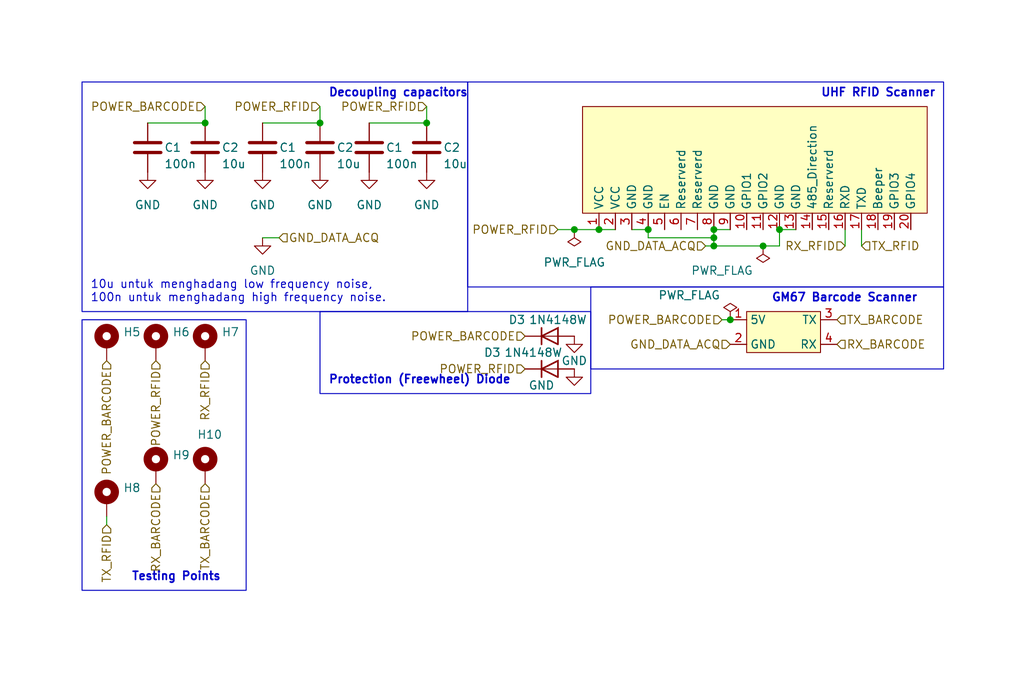
<source format=kicad_sch>
(kicad_sch (version 20230121) (generator eeschema)

  (uuid 14b62bfa-faff-4637-b9a6-646c7e34de3f)

  (paper "User" 158.496 105.004)

  (title_block
    (title "Subsistem Data Acquisition")
    (date "2024-04-29")
    (rev "4.1")
    (company "Institut Teknologi Bandung")
    (comment 1 "Bostang Palaguna")
    (comment 2 "Designed By:")
  )

  (lib_symbols
    (symbol "Device:C" (pin_numbers hide) (pin_names (offset 0.254)) (in_bom yes) (on_board yes)
      (property "Reference" "C" (at 0.635 2.54 0)
        (effects (font (size 1.27 1.27)) (justify left))
      )
      (property "Value" "C" (at 0.635 -2.54 0)
        (effects (font (size 1.27 1.27)) (justify left))
      )
      (property "Footprint" "" (at 0.9652 -3.81 0)
        (effects (font (size 1.27 1.27)) hide)
      )
      (property "Datasheet" "~" (at 0 0 0)
        (effects (font (size 1.27 1.27)) hide)
      )
      (property "ki_keywords" "cap capacitor" (at 0 0 0)
        (effects (font (size 1.27 1.27)) hide)
      )
      (property "ki_description" "Unpolarized capacitor" (at 0 0 0)
        (effects (font (size 1.27 1.27)) hide)
      )
      (property "ki_fp_filters" "C_*" (at 0 0 0)
        (effects (font (size 1.27 1.27)) hide)
      )
      (symbol "C_0_1"
        (polyline
          (pts
            (xy -2.032 -0.762)
            (xy 2.032 -0.762)
          )
          (stroke (width 0.508) (type default))
          (fill (type none))
        )
        (polyline
          (pts
            (xy -2.032 0.762)
            (xy 2.032 0.762)
          )
          (stroke (width 0.508) (type default))
          (fill (type none))
        )
      )
      (symbol "C_1_1"
        (pin passive line (at 0 3.81 270) (length 2.794)
          (name "~" (effects (font (size 1.27 1.27))))
          (number "1" (effects (font (size 1.27 1.27))))
        )
        (pin passive line (at 0 -3.81 90) (length 2.794)
          (name "~" (effects (font (size 1.27 1.27))))
          (number "2" (effects (font (size 1.27 1.27))))
        )
      )
    )
    (symbol "Diode:1N4148W" (pin_numbers hide) (pin_names hide) (in_bom yes) (on_board yes)
      (property "Reference" "D" (at 0 2.54 0)
        (effects (font (size 1.27 1.27)))
      )
      (property "Value" "1N4148W" (at 0 -2.54 0)
        (effects (font (size 1.27 1.27)))
      )
      (property "Footprint" "Diode_SMD:D_SOD-123" (at 0 -4.445 0)
        (effects (font (size 1.27 1.27)) hide)
      )
      (property "Datasheet" "https://www.vishay.com/docs/85748/1n4148w.pdf" (at 0 0 0)
        (effects (font (size 1.27 1.27)) hide)
      )
      (property "Sim.Device" "D" (at 0 0 0)
        (effects (font (size 1.27 1.27)) hide)
      )
      (property "Sim.Pins" "1=K 2=A" (at 0 0 0)
        (effects (font (size 1.27 1.27)) hide)
      )
      (property "ki_keywords" "diode" (at 0 0 0)
        (effects (font (size 1.27 1.27)) hide)
      )
      (property "ki_description" "75V 0.15A Fast Switching Diode, SOD-123" (at 0 0 0)
        (effects (font (size 1.27 1.27)) hide)
      )
      (property "ki_fp_filters" "D*SOD?123*" (at 0 0 0)
        (effects (font (size 1.27 1.27)) hide)
      )
      (symbol "1N4148W_0_1"
        (polyline
          (pts
            (xy -1.27 1.27)
            (xy -1.27 -1.27)
          )
          (stroke (width 0.254) (type default))
          (fill (type none))
        )
        (polyline
          (pts
            (xy 1.27 0)
            (xy -1.27 0)
          )
          (stroke (width 0) (type default))
          (fill (type none))
        )
        (polyline
          (pts
            (xy 1.27 1.27)
            (xy 1.27 -1.27)
            (xy -1.27 0)
            (xy 1.27 1.27)
          )
          (stroke (width 0.254) (type default))
          (fill (type none))
        )
      )
      (symbol "1N4148W_1_1"
        (pin passive line (at -3.81 0 0) (length 2.54)
          (name "K" (effects (font (size 1.27 1.27))))
          (number "1" (effects (font (size 1.27 1.27))))
        )
        (pin passive line (at 3.81 0 180) (length 2.54)
          (name "A" (effects (font (size 1.27 1.27))))
          (number "2" (effects (font (size 1.27 1.27))))
        )
      )
    )
    (symbol "Mechanical:MountingHole_Pad" (pin_numbers hide) (pin_names (offset 1.016) hide) (in_bom yes) (on_board yes)
      (property "Reference" "H" (at 0 6.35 0)
        (effects (font (size 1.27 1.27)))
      )
      (property "Value" "MountingHole_Pad" (at 0 4.445 0)
        (effects (font (size 1.27 1.27)))
      )
      (property "Footprint" "" (at 0 0 0)
        (effects (font (size 1.27 1.27)) hide)
      )
      (property "Datasheet" "~" (at 0 0 0)
        (effects (font (size 1.27 1.27)) hide)
      )
      (property "ki_keywords" "mounting hole" (at 0 0 0)
        (effects (font (size 1.27 1.27)) hide)
      )
      (property "ki_description" "Mounting Hole with connection" (at 0 0 0)
        (effects (font (size 1.27 1.27)) hide)
      )
      (property "ki_fp_filters" "MountingHole*Pad*" (at 0 0 0)
        (effects (font (size 1.27 1.27)) hide)
      )
      (symbol "MountingHole_Pad_0_1"
        (circle (center 0 1.27) (radius 1.27)
          (stroke (width 1.27) (type default))
          (fill (type none))
        )
      )
      (symbol "MountingHole_Pad_1_1"
        (pin input line (at 0 -2.54 90) (length 2.54)
          (name "1" (effects (font (size 1.27 1.27))))
          (number "1" (effects (font (size 1.27 1.27))))
        )
      )
    )
    (symbol "WMS_components:GM67_Barcode_Scanner" (in_bom yes) (on_board yes)
      (property "Reference" "U" (at 0 5.08 0)
        (effects (font (size 1.27 1.27)))
      )
      (property "Value" "" (at -5.08 5.08 0)
        (effects (font (size 1.27 1.27)))
      )
      (property "Footprint" "" (at -5.08 5.08 0)
        (effects (font (size 1.27 1.27)) hide)
      )
      (property "Datasheet" "" (at -5.08 5.08 0)
        (effects (font (size 1.27 1.27)) hide)
      )
      (symbol "GM67_Barcode_Scanner_1_1"
        (rectangle (start -6.35 3.81) (end 5.08 -2.54)
          (stroke (width 0) (type default))
          (fill (type background))
        )
        (pin power_in line (at -8.89 2.54 0) (length 2.54)
          (name "5V" (effects (font (size 1.27 1.27))))
          (number "1" (effects (font (size 1.27 1.27))))
        )
        (pin power_in line (at -8.89 -1.27 0) (length 2.54)
          (name "GND" (effects (font (size 1.27 1.27))))
          (number "2" (effects (font (size 1.27 1.27))))
        )
        (pin output line (at 7.62 2.54 180) (length 2.54)
          (name "TX" (effects (font (size 1.27 1.27))))
          (number "3" (effects (font (size 1.27 1.27))))
        )
        (pin input line (at 7.62 -1.27 180) (length 2.54)
          (name "RX" (effects (font (size 1.27 1.27))))
          (number "4" (effects (font (size 1.27 1.27))))
        )
      )
    )
    (symbol "WMS_components:YR903_RFID_module" (in_bom yes) (on_board yes)
      (property "Reference" "U" (at -6.35 30.48 0)
        (effects (font (size 1.27 1.27)))
      )
      (property "Value" "" (at -6.35 30.48 0)
        (effects (font (size 1.27 1.27)))
      )
      (property "Footprint" "" (at -6.35 30.48 0)
        (effects (font (size 1.27 1.27)) hide)
      )
      (property "Datasheet" "" (at -6.35 30.48 0)
        (effects (font (size 1.27 1.27)) hide)
      )
      (symbol "YR903_RFID_module_0_1"
        (rectangle (start -7.62 29.21) (end 8.89 -24.13)
          (stroke (width 0) (type default))
          (fill (type background))
        )
      )
      (symbol "YR903_RFID_module_1_1"
        (pin power_out line (at -10.16 26.67 0) (length 2.54)
          (name "VCC" (effects (font (size 1.27 1.27))))
          (number "1" (effects (font (size 1.27 1.27))))
        )
        (pin bidirectional line (at -10.16 3.81 0) (length 2.54)
          (name "GPIO1" (effects (font (size 1.27 1.27))))
          (number "10" (effects (font (size 1.27 1.27))))
        )
        (pin bidirectional line (at -10.16 1.27 0) (length 2.54)
          (name "GPIO2" (effects (font (size 1.27 1.27))))
          (number "11" (effects (font (size 1.27 1.27))))
        )
        (pin power_in line (at -10.16 -1.27 0) (length 2.54)
          (name "GND" (effects (font (size 1.27 1.27))))
          (number "12" (effects (font (size 1.27 1.27))))
        )
        (pin power_in line (at -10.16 -3.81 0) (length 2.54)
          (name "GND" (effects (font (size 1.27 1.27))))
          (number "13" (effects (font (size 1.27 1.27))))
        )
        (pin power_in line (at -10.16 -6.35 0) (length 2.54)
          (name "485_Direction" (effects (font (size 1.27 1.27))))
          (number "14" (effects (font (size 1.27 1.27))))
        )
        (pin bidirectional line (at -10.16 -8.89 0) (length 2.54)
          (name "Reserverd" (effects (font (size 1.27 1.27))))
          (number "15" (effects (font (size 1.27 1.27))))
        )
        (pin bidirectional line (at -10.16 -11.43 0) (length 2.54)
          (name "RXD" (effects (font (size 1.27 1.27))))
          (number "16" (effects (font (size 1.27 1.27))))
        )
        (pin bidirectional line (at -10.16 -13.97 0) (length 2.54)
          (name "TXD" (effects (font (size 1.27 1.27))))
          (number "17" (effects (font (size 1.27 1.27))))
        )
        (pin bidirectional line (at -10.16 -16.51 0) (length 2.54)
          (name "Beeper" (effects (font (size 1.27 1.27))))
          (number "18" (effects (font (size 1.27 1.27))))
        )
        (pin bidirectional line (at -10.16 -19.05 0) (length 2.54)
          (name "GPIO3" (effects (font (size 1.27 1.27))))
          (number "19" (effects (font (size 1.27 1.27))))
        )
        (pin power_out line (at -10.16 24.13 0) (length 2.54)
          (name "VCC" (effects (font (size 1.27 1.27))))
          (number "2" (effects (font (size 1.27 1.27))))
        )
        (pin bidirectional line (at -10.16 -21.59 0) (length 2.54)
          (name "GPIO4" (effects (font (size 1.27 1.27))))
          (number "20" (effects (font (size 1.27 1.27))))
        )
        (pin power_in line (at -10.16 21.59 0) (length 2.54)
          (name "GND" (effects (font (size 1.27 1.27))))
          (number "3" (effects (font (size 1.27 1.27))))
        )
        (pin power_in line (at -10.16 19.05 0) (length 2.54)
          (name "GND" (effects (font (size 1.27 1.27))))
          (number "4" (effects (font (size 1.27 1.27))))
        )
        (pin bidirectional line (at -10.16 16.51 0) (length 2.54)
          (name "EN" (effects (font (size 1.27 1.27))))
          (number "5" (effects (font (size 1.27 1.27))))
        )
        (pin bidirectional line (at -10.16 13.97 0) (length 2.54)
          (name "Reserverd" (effects (font (size 1.27 1.27))))
          (number "6" (effects (font (size 1.27 1.27))))
        )
        (pin bidirectional line (at -10.16 11.43 0) (length 2.54)
          (name "Reserverd" (effects (font (size 1.27 1.27))))
          (number "7" (effects (font (size 1.27 1.27))))
        )
        (pin power_in line (at -10.16 8.89 0) (length 2.54)
          (name "GND" (effects (font (size 1.27 1.27))))
          (number "8" (effects (font (size 1.27 1.27))))
        )
        (pin power_in line (at -10.16 6.35 0) (length 2.54)
          (name "GND" (effects (font (size 1.27 1.27))))
          (number "9" (effects (font (size 1.27 1.27))))
        )
      )
    )
    (symbol "power:GND" (power) (pin_names (offset 0)) (in_bom yes) (on_board yes)
      (property "Reference" "#PWR" (at 0 -6.35 0)
        (effects (font (size 1.27 1.27)) hide)
      )
      (property "Value" "GND" (at 0 -3.81 0)
        (effects (font (size 1.27 1.27)))
      )
      (property "Footprint" "" (at 0 0 0)
        (effects (font (size 1.27 1.27)) hide)
      )
      (property "Datasheet" "" (at 0 0 0)
        (effects (font (size 1.27 1.27)) hide)
      )
      (property "ki_keywords" "global power" (at 0 0 0)
        (effects (font (size 1.27 1.27)) hide)
      )
      (property "ki_description" "Power symbol creates a global label with name \"GND\" , ground" (at 0 0 0)
        (effects (font (size 1.27 1.27)) hide)
      )
      (symbol "GND_0_1"
        (polyline
          (pts
            (xy 0 0)
            (xy 0 -1.27)
            (xy 1.27 -1.27)
            (xy 0 -2.54)
            (xy -1.27 -1.27)
            (xy 0 -1.27)
          )
          (stroke (width 0) (type default))
          (fill (type none))
        )
      )
      (symbol "GND_1_1"
        (pin power_in line (at 0 0 270) (length 0) hide
          (name "GND" (effects (font (size 1.27 1.27))))
          (number "1" (effects (font (size 1.27 1.27))))
        )
      )
    )
    (symbol "power:PWR_FLAG" (power) (pin_numbers hide) (pin_names (offset 0) hide) (in_bom yes) (on_board yes)
      (property "Reference" "#FLG" (at 0 1.905 0)
        (effects (font (size 1.27 1.27)) hide)
      )
      (property "Value" "PWR_FLAG" (at 0 3.81 0)
        (effects (font (size 1.27 1.27)))
      )
      (property "Footprint" "" (at 0 0 0)
        (effects (font (size 1.27 1.27)) hide)
      )
      (property "Datasheet" "~" (at 0 0 0)
        (effects (font (size 1.27 1.27)) hide)
      )
      (property "ki_keywords" "flag power" (at 0 0 0)
        (effects (font (size 1.27 1.27)) hide)
      )
      (property "ki_description" "Special symbol for telling ERC where power comes from" (at 0 0 0)
        (effects (font (size 1.27 1.27)) hide)
      )
      (symbol "PWR_FLAG_0_0"
        (pin power_out line (at 0 0 90) (length 0)
          (name "pwr" (effects (font (size 1.27 1.27))))
          (number "1" (effects (font (size 1.27 1.27))))
        )
      )
      (symbol "PWR_FLAG_0_1"
        (polyline
          (pts
            (xy 0 0)
            (xy 0 1.27)
            (xy -1.016 1.905)
            (xy 0 2.54)
            (xy 1.016 1.905)
            (xy 0 1.27)
          )
          (stroke (width 0) (type default))
          (fill (type none))
        )
      )
    )
  )


  (junction (at 100.33 35.56) (diameter 0) (color 0 0 0 0)
    (uuid 01d05569-8c9b-485a-9694-3be7272f0e98)
  )
  (junction (at 113.03 49.53) (diameter 0) (color 0 0 0 0)
    (uuid 03d435a6-a07c-4c35-87e1-342370492505)
  )
  (junction (at 120.65 35.56) (diameter 0) (color 0 0 0 0)
    (uuid 08b81f2d-7952-4a93-88d5-cef46a0a961a)
  )
  (junction (at 110.49 38.1) (diameter 0) (color 0 0 0 0)
    (uuid 23f2d984-29ad-4a5d-9a7a-d5200ff16895)
  )
  (junction (at 49.53 19.05) (diameter 0) (color 0 0 0 0)
    (uuid 47be550c-7f8b-4d58-bdbe-619290129769)
  )
  (junction (at 31.75 19.05) (diameter 0) (color 0 0 0 0)
    (uuid 6e8bdd9a-a48d-4876-a921-58cd7bc615e4)
  )
  (junction (at 88.9 35.56) (diameter 0) (color 0 0 0 0)
    (uuid 99e86bbd-ed3c-4b11-8d2c-97adfc8a5866)
  )
  (junction (at 92.71 35.56) (diameter 0) (color 0 0 0 0)
    (uuid a35353cc-4caa-4c13-92f7-0db68398c92f)
  )
  (junction (at 118.11 38.1) (diameter 0) (color 0 0 0 0)
    (uuid aeb2d34f-24ab-42fa-8c94-e41488f2574c)
  )
  (junction (at 110.49 35.56) (diameter 0) (color 0 0 0 0)
    (uuid d176ed17-cfee-40e5-9df3-56d320d7fe34)
  )
  (junction (at 66.04 19.05) (diameter 0) (color 0 0 0 0)
    (uuid dec718f6-ab0a-4aec-b166-0dc76e55aa68)
  )
  (junction (at 110.49 36.83) (diameter 0) (color 0 0 0 0)
    (uuid f67b33e7-565f-4669-b201-df654d848cae)
  )

  (wire (pts (xy 120.65 35.56) (xy 120.65 38.1))
    (stroke (width 0) (type default))
    (uuid 045a6d81-8743-4446-9a73-5fa23add9791)
  )
  (wire (pts (xy 40.64 19.05) (xy 49.53 19.05))
    (stroke (width 0) (type default))
    (uuid 20ce3a52-871f-43ec-b176-07cf7190abe0)
  )
  (wire (pts (xy 66.04 16.51) (xy 66.04 19.05))
    (stroke (width 0) (type default))
    (uuid 243d92b4-d6c2-436c-90e2-b8517050c5c0)
  )
  (wire (pts (xy 92.71 35.56) (xy 88.9 35.56))
    (stroke (width 0) (type default))
    (uuid 27c803a1-92d0-4ec3-941b-802ea37d0cfb)
  )
  (wire (pts (xy 130.81 38.1) (xy 130.81 35.56))
    (stroke (width 0) (type default))
    (uuid 44232199-c9f3-4625-bdfb-31fd99fd43d3)
  )
  (wire (pts (xy 100.33 36.83) (xy 110.49 36.83))
    (stroke (width 0) (type default))
    (uuid 4b4d03ec-c823-44bd-be39-d988129be7b5)
  )
  (wire (pts (xy 22.86 19.05) (xy 31.75 19.05))
    (stroke (width 0) (type default))
    (uuid 4d20bce2-0d28-4baa-bd1d-8f0758ac5f24)
  )
  (wire (pts (xy 97.79 35.56) (xy 100.33 35.56))
    (stroke (width 0) (type default))
    (uuid 6530a1e9-312d-46b9-96db-63cbace8d347)
  )
  (wire (pts (xy 49.53 16.51) (xy 49.53 19.05))
    (stroke (width 0) (type default))
    (uuid 677f074f-ed68-4795-a874-2b522f5a7079)
  )
  (wire (pts (xy 110.49 35.56) (xy 110.49 36.83))
    (stroke (width 0) (type default))
    (uuid 6ab63696-a13f-4b3b-8bea-26e33bde9bee)
  )
  (wire (pts (xy 40.64 36.83) (xy 43.18 36.83))
    (stroke (width 0) (type default))
    (uuid 7473ea65-49b6-49d0-bffa-904c8b5edb0a)
  )
  (wire (pts (xy 111.76 49.53) (xy 113.03 49.53))
    (stroke (width 0) (type default))
    (uuid 86d4bcc4-9870-4bbc-a467-25fb1645adae)
  )
  (wire (pts (xy 133.35 38.1) (xy 133.35 35.56))
    (stroke (width 0) (type default))
    (uuid 934e95d7-5aab-4593-9f65-4c3a2f08ceff)
  )
  (wire (pts (xy 118.11 38.1) (xy 120.65 38.1))
    (stroke (width 0) (type default))
    (uuid 96e356d6-995c-41d2-bdc8-af093e6d7fff)
  )
  (wire (pts (xy 57.15 19.05) (xy 66.04 19.05))
    (stroke (width 0) (type default))
    (uuid 9cd77c88-8683-468b-a280-bddc8357f975)
  )
  (wire (pts (xy 88.9 35.56) (xy 86.36 35.56))
    (stroke (width 0) (type default))
    (uuid a121bdc1-e699-45b1-9e59-aa13a23b7a06)
  )
  (wire (pts (xy 109.22 38.1) (xy 110.49 38.1))
    (stroke (width 0) (type default))
    (uuid b4059186-20e9-4ff9-a165-11c9c0a93f2e)
  )
  (wire (pts (xy 123.19 35.56) (xy 120.65 35.56))
    (stroke (width 0) (type default))
    (uuid c3101f4d-e7ca-449a-99e7-5e80b0b13f1e)
  )
  (wire (pts (xy 100.33 35.56) (xy 100.33 36.83))
    (stroke (width 0) (type default))
    (uuid c452cd57-007a-4685-9957-52007896e0dd)
  )
  (wire (pts (xy 16.51 81.28) (xy 16.51 80.01))
    (stroke (width 0) (type default))
    (uuid c5e5dcbe-3c42-40e5-8a76-9184bf790b0d)
  )
  (wire (pts (xy 110.49 36.83) (xy 110.49 38.1))
    (stroke (width 0) (type default))
    (uuid d1ff799e-1446-482d-bc30-85ab1c5c47fd)
  )
  (wire (pts (xy 110.49 35.56) (xy 113.03 35.56))
    (stroke (width 0) (type default))
    (uuid df36b299-2853-4449-b82a-f5f4af204356)
  )
  (wire (pts (xy 110.49 38.1) (xy 118.11 38.1))
    (stroke (width 0) (type default))
    (uuid e297de8c-88cb-46ca-bd07-b97743275c9f)
  )
  (wire (pts (xy 95.25 35.56) (xy 92.71 35.56))
    (stroke (width 0) (type default))
    (uuid ed00af56-0bc6-4f82-ac71-a66c00503d22)
  )
  (wire (pts (xy 31.75 16.51) (xy 31.75 19.05))
    (stroke (width 0) (type default))
    (uuid f82dc9fd-d8bf-4c17-9289-534d0bb547c6)
  )

  (rectangle (start 12.7 49.53) (end 38.1 91.44)
    (stroke (width 0) (type default))
    (fill (type none))
    (uuid 24246492-ab37-490a-abcb-7e00c7eb7ce4)
  )
  (rectangle (start 72.39 12.7) (end 146.05 44.45)
    (stroke (width 0) (type default))
    (fill (type none))
    (uuid 622a82a9-dc47-49c7-89a6-2665ed19a55d)
  )
  (rectangle (start 12.7 12.7) (end 72.39 48.26)
    (stroke (width 0) (type default))
    (fill (type none))
    (uuid 7d975089-122f-4a7e-959f-32cfa63d4bdd)
  )
  (rectangle (start 91.44 44.45) (end 146.05 57.15)
    (stroke (width 0) (type default))
    (fill (type none))
    (uuid 85880568-8a80-4e37-9d8c-c9447101fc2b)
  )
  (rectangle (start 49.53 48.26) (end 91.44 60.96)
    (stroke (width 0) (type default))
    (fill (type none))
    (uuid ff4913e8-1f9f-4868-b9c4-5d26a30dd145)
  )

  (text "UHF RFID Scanner" (at 127 15.24 0)
    (effects (font (size 1.27 1.27) (thickness 0.254) bold) (justify left bottom))
    (uuid 5d167b3a-c168-4b57-9663-b19826f788ec)
  )
  (text "GM67 Barcode Scanner" (at 119.38 46.99 0)
    (effects (font (size 1.27 1.27) (thickness 0.254) bold) (justify left bottom))
    (uuid 77a4c3fe-701a-43a9-a952-acd2e1a8afaa)
  )
  (text "10u untuk menghadang low frequency noise,\n100n untuk menghadang high frequency noise."
    (at 13.97 46.99 0)
    (effects (font (size 1.27 1.27)) (justify left bottom))
    (uuid 9e71e1e4-8c2c-4975-bff9-03c56793b3ab)
  )
  (text "Testing Points" (at 20.32 90.17 0)
    (effects (font (size 1.27 1.27) (thickness 0.254) bold) (justify left bottom))
    (uuid c1e50615-70b6-413d-a3a2-667b5647201d)
  )
  (text "Decoupling capacitors" (at 50.8 15.24 0)
    (effects (font (size 1.27 1.27) (thickness 0.254) bold) (justify left bottom))
    (uuid ccb75bfd-dc5b-4f83-8789-798e4ab86175)
  )
  (text "Protection (Freewheel) Diode" (at 50.8 59.69 0)
    (effects (font (size 1.27 1.27) (thickness 0.254) bold) (justify left bottom))
    (uuid e2496308-8697-4bc7-9240-8f1be065624c)
  )

  (hierarchical_label "TX_BARCODE" (shape input) (at 129.54 49.53 0) (fields_autoplaced)
    (effects (font (size 1.27 1.27)) (justify left))
    (uuid 054391e6-7eb0-4b2d-895f-8c5724999be9)
  )
  (hierarchical_label "RX_BARCODE" (shape input) (at 129.54 53.34 0) (fields_autoplaced)
    (effects (font (size 1.27 1.27)) (justify left))
    (uuid 0ae55d05-0669-47d5-ab17-0ef5ac1a8bca)
  )
  (hierarchical_label "RX_BARCODE" (shape input) (at 24.13 74.93 270) (fields_autoplaced)
    (effects (font (size 1.27 1.27)) (justify right))
    (uuid 0dfff2ec-835c-404f-9799-02f09f09d396)
  )
  (hierarchical_label "POWER_BARCODE" (shape input) (at 31.75 16.51 180) (fields_autoplaced)
    (effects (font (size 1.27 1.27)) (justify right))
    (uuid 10ccec83-181c-4323-b655-69b4c2aeac58)
  )
  (hierarchical_label "POWER_BARCODE" (shape input) (at 16.51 55.88 270) (fields_autoplaced)
    (effects (font (size 1.27 1.27)) (justify right))
    (uuid 1dbb9d3b-5009-4170-8638-9f6c4ba22c58)
  )
  (hierarchical_label "POWER_RFID" (shape input) (at 66.04 16.51 180) (fields_autoplaced)
    (effects (font (size 1.27 1.27)) (justify right))
    (uuid 3acea144-acd3-4d82-91fe-bdacf3cf48a1)
  )
  (hierarchical_label "TX_BARCODE" (shape input) (at 31.75 74.93 270) (fields_autoplaced)
    (effects (font (size 1.27 1.27)) (justify right))
    (uuid 44fe8cf7-1143-4659-9cfc-e0eef1cff453)
  )
  (hierarchical_label "TX_RFID" (shape input) (at 16.51 81.28 270) (fields_autoplaced)
    (effects (font (size 1.27 1.27)) (justify right))
    (uuid 5956a7c1-6156-4901-a4d8-b614ac06154b)
  )
  (hierarchical_label "GND_DATA_ACQ" (shape input) (at 113.03 53.34 180) (fields_autoplaced)
    (effects (font (size 1.27 1.27)) (justify right))
    (uuid 5b432571-f9e3-4373-a6d4-563de7d92e9e)
  )
  (hierarchical_label "POWER_RFID" (shape input) (at 86.36 35.56 180) (fields_autoplaced)
    (effects (font (size 1.27 1.27)) (justify right))
    (uuid 6e430b93-30a0-4d48-886f-faa1c438a2a1)
  )
  (hierarchical_label "GND_DATA_ACQ" (shape input) (at 109.22 38.1 180) (fields_autoplaced)
    (effects (font (size 1.27 1.27)) (justify right))
    (uuid 74f8e243-5609-413e-ba70-4a287a899bb7)
  )
  (hierarchical_label "POWER_RFID" (shape input) (at 24.13 55.88 270) (fields_autoplaced)
    (effects (font (size 1.27 1.27)) (justify right))
    (uuid 797213c6-f605-4269-91b0-e59bf3ef7469)
  )
  (hierarchical_label "POWER_RFID" (shape input) (at 49.53 16.51 180) (fields_autoplaced)
    (effects (font (size 1.27 1.27)) (justify right))
    (uuid 7cd6f5ca-d83a-4a31-947a-835cb7c8b081)
  )
  (hierarchical_label "POWER_RFID" (shape input) (at 81.28 57.15 180) (fields_autoplaced)
    (effects (font (size 1.27 1.27)) (justify right))
    (uuid a8a50cca-e6c9-4220-9010-019a79fbf442)
  )
  (hierarchical_label "RX_RFID" (shape input) (at 130.81 38.1 180) (fields_autoplaced)
    (effects (font (size 1.27 1.27)) (justify right))
    (uuid aaceefa3-4fad-4e07-a873-619a358db24a)
  )
  (hierarchical_label "TX_RFID" (shape input) (at 133.35 38.1 0) (fields_autoplaced)
    (effects (font (size 1.27 1.27)) (justify left))
    (uuid c2d10ec1-8f2b-4676-a75f-6238f67d816e)
  )
  (hierarchical_label "POWER_BARCODE" (shape input) (at 111.76 49.53 180) (fields_autoplaced)
    (effects (font (size 1.27 1.27)) (justify right))
    (uuid c94653ff-d635-4930-8b33-5fcf6852ba3c)
  )
  (hierarchical_label "RX_RFID" (shape input) (at 31.75 55.88 270) (fields_autoplaced)
    (effects (font (size 1.27 1.27)) (justify right))
    (uuid e81ae84b-361c-4584-ad3d-c554695105e8)
  )
  (hierarchical_label "POWER_BARCODE" (shape input) (at 81.28 52.07 180) (fields_autoplaced)
    (effects (font (size 1.27 1.27)) (justify right))
    (uuid eb28b116-baea-4b9d-84d9-a826466d2bc5)
  )
  (hierarchical_label "GND_DATA_ACQ" (shape input) (at 43.18 36.83 0) (fields_autoplaced)
    (effects (font (size 1.27 1.27)) (justify left))
    (uuid fa46c25d-ab47-41c9-9cab-620606626573)
  )

  (symbol (lib_id "WMS_components:GM67_Barcode_Scanner") (at 121.92 52.07 0) (unit 1)
    (in_bom yes) (on_board yes) (dnp no) (fields_autoplaced)
    (uuid 02429a8d-31f1-47b7-9d24-8faa252a02dc)
    (property "Reference" "U4" (at 121.285 45.72 0)
      (effects (font (size 1.27 1.27)) hide)
    )
    (property "Value" "~" (at 116.84 46.99 0)
      (effects (font (size 1.27 1.27)) hide)
    )
    (property "Footprint" "Connector_JST:JST_SH_SM04B-SRSS-TB_1x04-1MP_P1.00mm_Horizontal" (at 116.84 46.99 0)
      (effects (font (size 1.27 1.27)) hide)
    )
    (property "Datasheet" "" (at 116.84 46.99 0)
      (effects (font (size 1.27 1.27)) hide)
    )
    (pin "1" (uuid cc26cbd8-42cb-4bdf-a7c6-855c74073a50))
    (pin "2" (uuid 6ea4895e-521d-427b-9866-ac016f4a5e25))
    (pin "3" (uuid 27c8d2bf-6d9d-4519-a380-7f199feb5020))
    (pin "4" (uuid 7dc2320e-f4fb-4dc3-a5cc-35bab4883ab8))
    (instances
      (project "WMS"
        (path "/27842b89-d3ad-4f43-9134-f95cd8633a64/a06fb296-14b8-469f-bd65-cdd80dce8d46"
          (reference "U4") (unit 1)
        )
      )
    )
  )

  (symbol (lib_id "Device:C") (at 49.53 22.86 0) (unit 1)
    (in_bom yes) (on_board yes) (dnp no)
    (uuid 0e5557fd-47e9-441d-b80c-22f643106526)
    (property "Reference" "C2" (at 52.07 22.86 0)
      (effects (font (size 1.27 1.27)) (justify left))
    )
    (property "Value" "10u" (at 52.07 25.4 0)
      (effects (font (size 1.27 1.27)) (justify left))
    )
    (property "Footprint" "Capacitor_SMD:C_0805_2012Metric" (at 50.4952 26.67 0)
      (effects (font (size 1.27 1.27)) hide)
    )
    (property "Datasheet" "~" (at 49.53 22.86 0)
      (effects (font (size 1.27 1.27)) hide)
    )
    (pin "1" (uuid 0fe8859b-b5f8-4d0f-a9fc-2ee8bf1b52bb))
    (pin "2" (uuid 88737b56-77c9-4c64-8ee2-36fe08bc3df0))
    (instances
      (project "WMS"
        (path "/27842b89-d3ad-4f43-9134-f95cd8633a64/92702a01-18bc-488e-88bf-e9988be28598"
          (reference "C2") (unit 1)
        )
        (path "/27842b89-d3ad-4f43-9134-f95cd8633a64/a06fb296-14b8-469f-bd65-cdd80dce8d46"
          (reference "C4") (unit 1)
        )
      )
    )
  )

  (symbol (lib_id "Mechanical:MountingHole_Pad") (at 16.51 53.34 0) (unit 1)
    (in_bom yes) (on_board yes) (dnp no) (fields_autoplaced)
    (uuid 124ce8c3-8761-40b9-bcaa-52bdc82ebf18)
    (property "Reference" "H5" (at 19.05 51.435 0)
      (effects (font (size 1.27 1.27)) (justify left))
    )
    (property "Value" "MountingHole_Pad" (at 19.05 53.975 0)
      (effects (font (size 1.27 1.27)) (justify left) hide)
    )
    (property "Footprint" "TestPoint:TestPoint_Pad_D2.0mm" (at 16.51 53.34 0)
      (effects (font (size 1.27 1.27)) hide)
    )
    (property "Datasheet" "~" (at 16.51 53.34 0)
      (effects (font (size 1.27 1.27)) hide)
    )
    (pin "1" (uuid b2b4a03d-8655-4a56-9eb1-a0ffb5076256))
    (instances
      (project "WMS"
        (path "/27842b89-d3ad-4f43-9134-f95cd8633a64/a06fb296-14b8-469f-bd65-cdd80dce8d46"
          (reference "H5") (unit 1)
        )
      )
    )
  )

  (symbol (lib_id "Mechanical:MountingHole_Pad") (at 31.75 72.39 0) (unit 1)
    (in_bom yes) (on_board yes) (dnp no)
    (uuid 1cc4844e-b611-435b-a648-93842b198d65)
    (property "Reference" "H10" (at 30.48 67.31 0)
      (effects (font (size 1.27 1.27)) (justify left))
    )
    (property "Value" "MountingHole_Pad" (at 34.29 73.025 0)
      (effects (font (size 1.27 1.27)) (justify left) hide)
    )
    (property "Footprint" "TestPoint:TestPoint_Pad_D2.0mm" (at 31.75 72.39 0)
      (effects (font (size 1.27 1.27)) hide)
    )
    (property "Datasheet" "~" (at 31.75 72.39 0)
      (effects (font (size 1.27 1.27)) hide)
    )
    (pin "1" (uuid df9652c4-8b1b-4dfe-a9bc-e18d77f85855))
    (instances
      (project "WMS"
        (path "/27842b89-d3ad-4f43-9134-f95cd8633a64/a06fb296-14b8-469f-bd65-cdd80dce8d46"
          (reference "H10") (unit 1)
        )
      )
    )
  )

  (symbol (lib_id "Device:C") (at 66.04 22.86 0) (unit 1)
    (in_bom yes) (on_board yes) (dnp no)
    (uuid 321239fc-4204-41b4-b8c7-4292d4bfe541)
    (property "Reference" "C2" (at 68.58 22.86 0)
      (effects (font (size 1.27 1.27)) (justify left))
    )
    (property "Value" "10u" (at 68.58 25.4 0)
      (effects (font (size 1.27 1.27)) (justify left))
    )
    (property "Footprint" "Capacitor_SMD:C_0805_2012Metric" (at 67.0052 26.67 0)
      (effects (font (size 1.27 1.27)) hide)
    )
    (property "Datasheet" "~" (at 66.04 22.86 0)
      (effects (font (size 1.27 1.27)) hide)
    )
    (pin "1" (uuid b33ca665-2a27-478d-8377-413ff9b2921b))
    (pin "2" (uuid ec1b1de1-23e4-48fe-abd2-9645bc675dfb))
    (instances
      (project "WMS"
        (path "/27842b89-d3ad-4f43-9134-f95cd8633a64/92702a01-18bc-488e-88bf-e9988be28598"
          (reference "C2") (unit 1)
        )
        (path "/27842b89-d3ad-4f43-9134-f95cd8633a64/a06fb296-14b8-469f-bd65-cdd80dce8d46"
          (reference "C12") (unit 1)
        )
      )
    )
  )

  (symbol (lib_id "power:GND") (at 88.9 52.07 0) (unit 1)
    (in_bom yes) (on_board yes) (dnp no)
    (uuid 495a3ff3-6832-4c7f-8b22-c472b9b599e3)
    (property "Reference" "#PWR044" (at 88.9 58.42 0)
      (effects (font (size 1.27 1.27)) hide)
    )
    (property "Value" "GND" (at 88.9 55.88 0)
      (effects (font (size 1.27 1.27)))
    )
    (property "Footprint" "" (at 88.9 52.07 0)
      (effects (font (size 1.27 1.27)) hide)
    )
    (property "Datasheet" "" (at 88.9 52.07 0)
      (effects (font (size 1.27 1.27)) hide)
    )
    (pin "1" (uuid 287b3381-7bf7-4a73-a99e-65d4aafa6bff))
    (instances
      (project "WMS"
        (path "/27842b89-d3ad-4f43-9134-f95cd8633a64/25c7c198-a1df-40f2-8a1d-f63e7334f907"
          (reference "#PWR044") (unit 1)
        )
        (path "/27842b89-d3ad-4f43-9134-f95cd8633a64/a06fb296-14b8-469f-bd65-cdd80dce8d46"
          (reference "#PWR060") (unit 1)
        )
      )
    )
  )

  (symbol (lib_id "power:GND") (at 66.04 26.67 0) (unit 1)
    (in_bom yes) (on_board yes) (dnp no) (fields_autoplaced)
    (uuid 4f6f68b6-cfe0-42a7-b920-c38026337495)
    (property "Reference" "#PWR047" (at 66.04 33.02 0)
      (effects (font (size 1.27 1.27)) hide)
    )
    (property "Value" "GND" (at 66.04 31.75 0)
      (effects (font (size 1.27 1.27)))
    )
    (property "Footprint" "" (at 66.04 26.67 0)
      (effects (font (size 1.27 1.27)) hide)
    )
    (property "Datasheet" "" (at 66.04 26.67 0)
      (effects (font (size 1.27 1.27)) hide)
    )
    (pin "1" (uuid 9ae675ee-a656-45cc-b021-785a12b97ef7))
    (instances
      (project "WMS"
        (path "/27842b89-d3ad-4f43-9134-f95cd8633a64/92702a01-18bc-488e-88bf-e9988be28598"
          (reference "#PWR047") (unit 1)
        )
        (path "/27842b89-d3ad-4f43-9134-f95cd8633a64/a06fb296-14b8-469f-bd65-cdd80dce8d46"
          (reference "#PWR081") (unit 1)
        )
      )
    )
  )

  (symbol (lib_id "power:GND") (at 49.53 26.67 0) (unit 1)
    (in_bom yes) (on_board yes) (dnp no) (fields_autoplaced)
    (uuid 58b5af45-edc5-4ab0-947b-ea6710f057f4)
    (property "Reference" "#PWR047" (at 49.53 33.02 0)
      (effects (font (size 1.27 1.27)) hide)
    )
    (property "Value" "GND" (at 49.53 31.75 0)
      (effects (font (size 1.27 1.27)))
    )
    (property "Footprint" "" (at 49.53 26.67 0)
      (effects (font (size 1.27 1.27)) hide)
    )
    (property "Datasheet" "" (at 49.53 26.67 0)
      (effects (font (size 1.27 1.27)) hide)
    )
    (pin "1" (uuid d801a689-2af5-4e1e-83e6-3f952f314e57))
    (instances
      (project "WMS"
        (path "/27842b89-d3ad-4f43-9134-f95cd8633a64/92702a01-18bc-488e-88bf-e9988be28598"
          (reference "#PWR047") (unit 1)
        )
        (path "/27842b89-d3ad-4f43-9134-f95cd8633a64/a06fb296-14b8-469f-bd65-cdd80dce8d46"
          (reference "#PWR022") (unit 1)
        )
      )
    )
  )

  (symbol (lib_id "power:PWR_FLAG") (at 118.11 38.1 180) (unit 1)
    (in_bom yes) (on_board yes) (dnp no)
    (uuid 5ca71c06-b4aa-485d-9399-e4e734c57ee9)
    (property "Reference" "#FLG07" (at 118.11 40.005 0)
      (effects (font (size 1.27 1.27)) hide)
    )
    (property "Value" "PWR_FLAG" (at 111.76 41.91 0)
      (effects (font (size 1.27 1.27)))
    )
    (property "Footprint" "" (at 118.11 38.1 0)
      (effects (font (size 1.27 1.27)) hide)
    )
    (property "Datasheet" "~" (at 118.11 38.1 0)
      (effects (font (size 1.27 1.27)) hide)
    )
    (pin "1" (uuid e933e08c-4bdf-4fb0-8b87-005683318156))
    (instances
      (project "WMS"
        (path "/27842b89-d3ad-4f43-9134-f95cd8633a64/a06fb296-14b8-469f-bd65-cdd80dce8d46"
          (reference "#FLG07") (unit 1)
        )
      )
    )
  )

  (symbol (lib_id "power:GND") (at 40.64 36.83 0) (unit 1)
    (in_bom yes) (on_board yes) (dnp no) (fields_autoplaced)
    (uuid 6c8afcd4-fde8-41c4-ab79-37af46513676)
    (property "Reference" "#PWR048" (at 40.64 43.18 0)
      (effects (font (size 1.27 1.27)) hide)
    )
    (property "Value" "GND" (at 40.64 41.91 0)
      (effects (font (size 1.27 1.27)))
    )
    (property "Footprint" "" (at 40.64 36.83 0)
      (effects (font (size 1.27 1.27)) hide)
    )
    (property "Datasheet" "" (at 40.64 36.83 0)
      (effects (font (size 1.27 1.27)) hide)
    )
    (pin "1" (uuid 51d1adab-b21c-422b-bff5-4cab3f8e6723))
    (instances
      (project "WMS"
        (path "/27842b89-d3ad-4f43-9134-f95cd8633a64/92702a01-18bc-488e-88bf-e9988be28598"
          (reference "#PWR048") (unit 1)
        )
        (path "/27842b89-d3ad-4f43-9134-f95cd8633a64/a06fb296-14b8-469f-bd65-cdd80dce8d46"
          (reference "#PWR021") (unit 1)
        )
      )
    )
  )

  (symbol (lib_id "WMS_components:YR903_RFID_module") (at 119.38 25.4 90) (unit 1)
    (in_bom yes) (on_board yes) (dnp no) (fields_autoplaced)
    (uuid 7b518196-fbf2-4c79-b340-e40ac6caa5f3)
    (property "Reference" "U1" (at 144.78 24.765 0)
      (effects (font (size 1.27 1.27)) hide)
    )
    (property "Value" "~" (at 88.9 31.75 0)
      (effects (font (size 1.27 1.27)) hide)
    )
    (property "Footprint" "WMS_components:YR903_RFID" (at 88.9 31.75 0)
      (effects (font (size 1.27 1.27)) hide)
    )
    (property "Datasheet" "" (at 88.9 31.75 0)
      (effects (font (size 1.27 1.27)) hide)
    )
    (pin "1" (uuid e2cf9518-ba69-430c-8726-f2c1f57ea49b))
    (pin "10" (uuid 402bf2e4-3d31-410d-bf26-e48cbb2a86b5))
    (pin "11" (uuid 7d8fac7b-69e2-4cab-a31a-a447d6ec5b0f))
    (pin "12" (uuid e77c4bf6-10c5-4471-b7fc-e3d33f5c90da))
    (pin "13" (uuid 33e43807-421f-4249-91b6-68865c08c477))
    (pin "14" (uuid 5a86ffd3-3f99-411c-89aa-f1079fa97d23))
    (pin "15" (uuid c6639965-5f5d-493b-9c5f-e2e7c1cd406c))
    (pin "16" (uuid 704f0744-74f6-4267-8b59-190b330a6f64))
    (pin "17" (uuid 621c52a7-e443-4c6e-8414-5cbac1376900))
    (pin "18" (uuid 6769eaaf-fe91-4c7c-bbab-d399af144cc7))
    (pin "19" (uuid 6fc9e3a9-fbf1-49a4-97ac-38379abe3262))
    (pin "2" (uuid 7505b56c-a670-48c1-8acf-9b670df48570))
    (pin "20" (uuid 86068438-231c-4bc9-a67d-b7befa4f425f))
    (pin "3" (uuid 51d8c1a1-4d99-426f-883c-fb251a3a5fc5))
    (pin "4" (uuid 4dd29e1d-4238-49de-89d4-7807e39a41d3))
    (pin "5" (uuid ff55b12f-11db-47a0-a16c-e783a8fc2935))
    (pin "6" (uuid 58735abe-c1cc-4966-b023-e5bd2a109779))
    (pin "7" (uuid 608bdb59-12ed-4158-897e-18d37cdc2438))
    (pin "8" (uuid 25242d9a-e173-4c22-9d6a-4e054d6bd0bb))
    (pin "9" (uuid 172b4cf4-9aff-4ba0-b758-adad9d50e1a6))
    (instances
      (project "WMS"
        (path "/27842b89-d3ad-4f43-9134-f95cd8633a64/a06fb296-14b8-469f-bd65-cdd80dce8d46"
          (reference "U1") (unit 1)
        )
      )
    )
  )

  (symbol (lib_id "Mechanical:MountingHole_Pad") (at 16.51 77.47 0) (unit 1)
    (in_bom yes) (on_board yes) (dnp no) (fields_autoplaced)
    (uuid 80034d23-6cf0-452c-bea9-ef1ef8170301)
    (property "Reference" "H8" (at 19.05 75.565 0)
      (effects (font (size 1.27 1.27)) (justify left))
    )
    (property "Value" "MountingHole_Pad" (at 19.05 78.105 0)
      (effects (font (size 1.27 1.27)) (justify left) hide)
    )
    (property "Footprint" "TestPoint:TestPoint_Pad_D2.0mm" (at 16.51 77.47 0)
      (effects (font (size 1.27 1.27)) hide)
    )
    (property "Datasheet" "~" (at 16.51 77.47 0)
      (effects (font (size 1.27 1.27)) hide)
    )
    (pin "1" (uuid 18606dfd-8ebb-4937-8a51-aea2129847d9))
    (instances
      (project "WMS"
        (path "/27842b89-d3ad-4f43-9134-f95cd8633a64/a06fb296-14b8-469f-bd65-cdd80dce8d46"
          (reference "H8") (unit 1)
        )
      )
    )
  )

  (symbol (lib_id "Device:C") (at 57.15 22.86 0) (unit 1)
    (in_bom yes) (on_board yes) (dnp no)
    (uuid 8d99e36e-9718-4fe6-b5a4-4d8e2e01d7d8)
    (property "Reference" "C1" (at 59.69 22.86 0)
      (effects (font (size 1.27 1.27)) (justify left))
    )
    (property "Value" "100n" (at 59.69 25.4 0)
      (effects (font (size 1.27 1.27)) (justify left))
    )
    (property "Footprint" "Capacitor_SMD:C_0805_2012Metric" (at 58.1152 26.67 0)
      (effects (font (size 1.27 1.27)) hide)
    )
    (property "Datasheet" "~" (at 57.15 22.86 0)
      (effects (font (size 1.27 1.27)) hide)
    )
    (pin "1" (uuid 3b54f55d-f449-47dd-b2da-a155a3147bfb))
    (pin "2" (uuid dc2ceb97-4c9e-4428-9b21-0d5f8b29af1a))
    (instances
      (project "WMS"
        (path "/27842b89-d3ad-4f43-9134-f95cd8633a64/92702a01-18bc-488e-88bf-e9988be28598"
          (reference "C1") (unit 1)
        )
        (path "/27842b89-d3ad-4f43-9134-f95cd8633a64/a06fb296-14b8-469f-bd65-cdd80dce8d46"
          (reference "C11") (unit 1)
        )
      )
    )
  )

  (symbol (lib_id "Mechanical:MountingHole_Pad") (at 24.13 72.39 0) (unit 1)
    (in_bom yes) (on_board yes) (dnp no) (fields_autoplaced)
    (uuid 8dc248ca-7b6e-4fd4-ad2d-af81711a1afb)
    (property "Reference" "H9" (at 26.67 70.485 0)
      (effects (font (size 1.27 1.27)) (justify left))
    )
    (property "Value" "MountingHole_Pad" (at 26.67 73.025 0)
      (effects (font (size 1.27 1.27)) (justify left) hide)
    )
    (property "Footprint" "TestPoint:TestPoint_Pad_D2.0mm" (at 24.13 72.39 0)
      (effects (font (size 1.27 1.27)) hide)
    )
    (property "Datasheet" "~" (at 24.13 72.39 0)
      (effects (font (size 1.27 1.27)) hide)
    )
    (pin "1" (uuid 4fc62283-0eee-4859-8a96-b5c9351e9698))
    (instances
      (project "WMS"
        (path "/27842b89-d3ad-4f43-9134-f95cd8633a64/a06fb296-14b8-469f-bd65-cdd80dce8d46"
          (reference "H9") (unit 1)
        )
      )
    )
  )

  (symbol (lib_id "Diode:1N4148W") (at 85.09 57.15 0) (unit 1)
    (in_bom yes) (on_board yes) (dnp no)
    (uuid 9aec5e06-4466-49ab-88b3-954422d18862)
    (property "Reference" "D3" (at 76.2 54.61 0)
      (effects (font (size 1.27 1.27)))
    )
    (property "Value" "1N4148W" (at 82.55 54.61 0)
      (effects (font (size 1.27 1.27)))
    )
    (property "Footprint" "Diode_SMD:D_SOD-123" (at 85.09 61.595 0)
      (effects (font (size 1.27 1.27)) hide)
    )
    (property "Datasheet" "https://www.vishay.com/docs/85748/1n4148w.pdf" (at 85.09 57.15 0)
      (effects (font (size 1.27 1.27)) hide)
    )
    (property "Sim.Device" "D" (at 85.09 57.15 0)
      (effects (font (size 1.27 1.27)) hide)
    )
    (property "Sim.Pins" "1=K 2=A" (at 85.09 57.15 0)
      (effects (font (size 1.27 1.27)) hide)
    )
    (pin "1" (uuid 8a1a83b6-2ac2-47e2-a77c-3957474e0fa0))
    (pin "2" (uuid 9b4bedc0-5beb-4b60-94c6-ffe7dd5325f8))
    (instances
      (project "WMS"
        (path "/27842b89-d3ad-4f43-9134-f95cd8633a64/25c7c198-a1df-40f2-8a1d-f63e7334f907"
          (reference "D3") (unit 1)
        )
        (path "/27842b89-d3ad-4f43-9134-f95cd8633a64/a06fb296-14b8-469f-bd65-cdd80dce8d46"
          (reference "D5") (unit 1)
        )
      )
    )
  )

  (symbol (lib_id "power:GND") (at 88.9 57.15 0) (unit 1)
    (in_bom yes) (on_board yes) (dnp no)
    (uuid 9e3d8011-d77d-4aef-92f2-a10695fa1051)
    (property "Reference" "#PWR044" (at 88.9 63.5 0)
      (effects (font (size 1.27 1.27)) hide)
    )
    (property "Value" "GND" (at 83.82 59.69 0)
      (effects (font (size 1.27 1.27)))
    )
    (property "Footprint" "" (at 88.9 57.15 0)
      (effects (font (size 1.27 1.27)) hide)
    )
    (property "Datasheet" "" (at 88.9 57.15 0)
      (effects (font (size 1.27 1.27)) hide)
    )
    (pin "1" (uuid e2382066-44fc-4ad5-bdc8-4d976dcd05f0))
    (instances
      (project "WMS"
        (path "/27842b89-d3ad-4f43-9134-f95cd8633a64/25c7c198-a1df-40f2-8a1d-f63e7334f907"
          (reference "#PWR044") (unit 1)
        )
        (path "/27842b89-d3ad-4f43-9134-f95cd8633a64/a06fb296-14b8-469f-bd65-cdd80dce8d46"
          (reference "#PWR059") (unit 1)
        )
      )
    )
  )

  (symbol (lib_id "Device:C") (at 31.75 22.86 0) (unit 1)
    (in_bom yes) (on_board yes) (dnp no)
    (uuid 9ea88870-a3d0-49d1-ac0e-7ca05112bf69)
    (property "Reference" "C2" (at 34.29 22.86 0)
      (effects (font (size 1.27 1.27)) (justify left))
    )
    (property "Value" "10u" (at 34.29 25.4 0)
      (effects (font (size 1.27 1.27)) (justify left))
    )
    (property "Footprint" "Capacitor_SMD:C_0805_2012Metric" (at 32.7152 26.67 0)
      (effects (font (size 1.27 1.27)) hide)
    )
    (property "Datasheet" "~" (at 31.75 22.86 0)
      (effects (font (size 1.27 1.27)) hide)
    )
    (pin "1" (uuid 746802f8-297e-44e1-bb81-b685107cc24e))
    (pin "2" (uuid d89682db-2811-4875-82bb-4228e797f007))
    (instances
      (project "WMS"
        (path "/27842b89-d3ad-4f43-9134-f95cd8633a64/92702a01-18bc-488e-88bf-e9988be28598"
          (reference "C2") (unit 1)
        )
        (path "/27842b89-d3ad-4f43-9134-f95cd8633a64/a06fb296-14b8-469f-bd65-cdd80dce8d46"
          (reference "C6") (unit 1)
        )
      )
    )
  )

  (symbol (lib_id "power:GND") (at 22.86 26.67 0) (unit 1)
    (in_bom yes) (on_board yes) (dnp no) (fields_autoplaced)
    (uuid a6dd3195-12f1-4a76-80f5-bd1bd3d7fe70)
    (property "Reference" "#PWR045" (at 22.86 33.02 0)
      (effects (font (size 1.27 1.27)) hide)
    )
    (property "Value" "GND" (at 22.86 31.75 0)
      (effects (font (size 1.27 1.27)))
    )
    (property "Footprint" "" (at 22.86 26.67 0)
      (effects (font (size 1.27 1.27)) hide)
    )
    (property "Datasheet" "" (at 22.86 26.67 0)
      (effects (font (size 1.27 1.27)) hide)
    )
    (pin "1" (uuid 312efb60-2260-4329-aff6-7325eff0f2bc))
    (instances
      (project "WMS"
        (path "/27842b89-d3ad-4f43-9134-f95cd8633a64/92702a01-18bc-488e-88bf-e9988be28598"
          (reference "#PWR045") (unit 1)
        )
        (path "/27842b89-d3ad-4f43-9134-f95cd8633a64/a06fb296-14b8-469f-bd65-cdd80dce8d46"
          (reference "#PWR053") (unit 1)
        )
      )
    )
  )

  (symbol (lib_id "Mechanical:MountingHole_Pad") (at 31.75 53.34 0) (unit 1)
    (in_bom yes) (on_board yes) (dnp no)
    (uuid ac744b5d-d4a4-4495-a4f6-c6b799c06792)
    (property "Reference" "H7" (at 34.29 51.435 0)
      (effects (font (size 1.27 1.27)) (justify left))
    )
    (property "Value" "MountingHole_Pad" (at 34.29 53.975 0)
      (effects (font (size 1.27 1.27)) (justify left) hide)
    )
    (property "Footprint" "TestPoint:TestPoint_Pad_D2.0mm" (at 31.75 53.34 0)
      (effects (font (size 1.27 1.27)) hide)
    )
    (property "Datasheet" "~" (at 31.75 53.34 0)
      (effects (font (size 1.27 1.27)) hide)
    )
    (pin "1" (uuid fa110fe9-c234-49a4-aa9e-da61ec21f010))
    (instances
      (project "WMS"
        (path "/27842b89-d3ad-4f43-9134-f95cd8633a64/a06fb296-14b8-469f-bd65-cdd80dce8d46"
          (reference "H7") (unit 1)
        )
      )
    )
  )

  (symbol (lib_id "power:PWR_FLAG") (at 113.03 49.53 0) (unit 1)
    (in_bom yes) (on_board yes) (dnp no)
    (uuid b291f400-a416-47fa-a471-491cb349c9b0)
    (property "Reference" "#FLG03" (at 113.03 47.625 0)
      (effects (font (size 1.27 1.27)) hide)
    )
    (property "Value" "PWR_FLAG" (at 106.68 45.72 0)
      (effects (font (size 1.27 1.27)))
    )
    (property "Footprint" "" (at 113.03 49.53 0)
      (effects (font (size 1.27 1.27)) hide)
    )
    (property "Datasheet" "~" (at 113.03 49.53 0)
      (effects (font (size 1.27 1.27)) hide)
    )
    (pin "1" (uuid 8289bc23-7aa0-432a-9ba9-e80b9c332bbe))
    (instances
      (project "WMS"
        (path "/27842b89-d3ad-4f43-9134-f95cd8633a64/a06fb296-14b8-469f-bd65-cdd80dce8d46"
          (reference "#FLG03") (unit 1)
        )
      )
    )
  )

  (symbol (lib_id "Device:C") (at 40.64 22.86 0) (unit 1)
    (in_bom yes) (on_board yes) (dnp no)
    (uuid b796de1f-ee17-47d1-93ca-067599737d45)
    (property "Reference" "C1" (at 43.18 22.86 0)
      (effects (font (size 1.27 1.27)) (justify left))
    )
    (property "Value" "100n" (at 43.18 25.4 0)
      (effects (font (size 1.27 1.27)) (justify left))
    )
    (property "Footprint" "Capacitor_SMD:C_0805_2012Metric" (at 41.6052 26.67 0)
      (effects (font (size 1.27 1.27)) hide)
    )
    (property "Datasheet" "~" (at 40.64 22.86 0)
      (effects (font (size 1.27 1.27)) hide)
    )
    (pin "1" (uuid de6da739-fcb2-412c-9e06-f8ab47ee866e))
    (pin "2" (uuid c1d8e172-d433-4a27-b178-cb7b86c0715c))
    (instances
      (project "WMS"
        (path "/27842b89-d3ad-4f43-9134-f95cd8633a64/92702a01-18bc-488e-88bf-e9988be28598"
          (reference "C1") (unit 1)
        )
        (path "/27842b89-d3ad-4f43-9134-f95cd8633a64/a06fb296-14b8-469f-bd65-cdd80dce8d46"
          (reference "C3") (unit 1)
        )
      )
    )
  )

  (symbol (lib_id "power:GND") (at 40.64 26.67 0) (unit 1)
    (in_bom yes) (on_board yes) (dnp no) (fields_autoplaced)
    (uuid c25d40b1-d1ad-45ca-9df6-1eafb0b8773a)
    (property "Reference" "#PWR045" (at 40.64 33.02 0)
      (effects (font (size 1.27 1.27)) hide)
    )
    (property "Value" "GND" (at 40.64 31.75 0)
      (effects (font (size 1.27 1.27)))
    )
    (property "Footprint" "" (at 40.64 26.67 0)
      (effects (font (size 1.27 1.27)) hide)
    )
    (property "Datasheet" "" (at 40.64 26.67 0)
      (effects (font (size 1.27 1.27)) hide)
    )
    (pin "1" (uuid be7fe559-09b5-4e5e-8fef-4656ef805f58))
    (instances
      (project "WMS"
        (path "/27842b89-d3ad-4f43-9134-f95cd8633a64/92702a01-18bc-488e-88bf-e9988be28598"
          (reference "#PWR045") (unit 1)
        )
        (path "/27842b89-d3ad-4f43-9134-f95cd8633a64/a06fb296-14b8-469f-bd65-cdd80dce8d46"
          (reference "#PWR017") (unit 1)
        )
      )
    )
  )

  (symbol (lib_id "power:GND") (at 57.15 26.67 0) (unit 1)
    (in_bom yes) (on_board yes) (dnp no) (fields_autoplaced)
    (uuid c54e25b6-967d-40a1-a24a-b6584e562f74)
    (property "Reference" "#PWR045" (at 57.15 33.02 0)
      (effects (font (size 1.27 1.27)) hide)
    )
    (property "Value" "GND" (at 57.15 31.75 0)
      (effects (font (size 1.27 1.27)))
    )
    (property "Footprint" "" (at 57.15 26.67 0)
      (effects (font (size 1.27 1.27)) hide)
    )
    (property "Datasheet" "" (at 57.15 26.67 0)
      (effects (font (size 1.27 1.27)) hide)
    )
    (pin "1" (uuid c06892e5-578e-4732-abc5-4cba450098e1))
    (instances
      (project "WMS"
        (path "/27842b89-d3ad-4f43-9134-f95cd8633a64/92702a01-18bc-488e-88bf-e9988be28598"
          (reference "#PWR045") (unit 1)
        )
        (path "/27842b89-d3ad-4f43-9134-f95cd8633a64/a06fb296-14b8-469f-bd65-cdd80dce8d46"
          (reference "#PWR080") (unit 1)
        )
      )
    )
  )

  (symbol (lib_id "power:GND") (at 31.75 26.67 0) (unit 1)
    (in_bom yes) (on_board yes) (dnp no) (fields_autoplaced)
    (uuid cb026042-3bed-45d8-9ac0-be5c3d1d9fbc)
    (property "Reference" "#PWR047" (at 31.75 33.02 0)
      (effects (font (size 1.27 1.27)) hide)
    )
    (property "Value" "GND" (at 31.75 31.75 0)
      (effects (font (size 1.27 1.27)))
    )
    (property "Footprint" "" (at 31.75 26.67 0)
      (effects (font (size 1.27 1.27)) hide)
    )
    (property "Datasheet" "" (at 31.75 26.67 0)
      (effects (font (size 1.27 1.27)) hide)
    )
    (pin "1" (uuid 24d0478e-7bc5-4f76-bd57-862bd445304a))
    (instances
      (project "WMS"
        (path "/27842b89-d3ad-4f43-9134-f95cd8633a64/92702a01-18bc-488e-88bf-e9988be28598"
          (reference "#PWR047") (unit 1)
        )
        (path "/27842b89-d3ad-4f43-9134-f95cd8633a64/a06fb296-14b8-469f-bd65-cdd80dce8d46"
          (reference "#PWR054") (unit 1)
        )
      )
    )
  )

  (symbol (lib_id "power:PWR_FLAG") (at 88.9 35.56 180) (unit 1)
    (in_bom yes) (on_board yes) (dnp no) (fields_autoplaced)
    (uuid cd5e6bbf-ffcb-4bbc-88c6-4206ad3162dc)
    (property "Reference" "#FLG04" (at 88.9 37.465 0)
      (effects (font (size 1.27 1.27)) hide)
    )
    (property "Value" "PWR_FLAG" (at 88.9 40.64 0)
      (effects (font (size 1.27 1.27)))
    )
    (property "Footprint" "" (at 88.9 35.56 0)
      (effects (font (size 1.27 1.27)) hide)
    )
    (property "Datasheet" "~" (at 88.9 35.56 0)
      (effects (font (size 1.27 1.27)) hide)
    )
    (pin "1" (uuid bc70a762-a720-4d97-b830-f5d25f77f864))
    (instances
      (project "WMS"
        (path "/27842b89-d3ad-4f43-9134-f95cd8633a64/a06fb296-14b8-469f-bd65-cdd80dce8d46"
          (reference "#FLG04") (unit 1)
        )
      )
    )
  )

  (symbol (lib_id "Device:C") (at 22.86 22.86 0) (unit 1)
    (in_bom yes) (on_board yes) (dnp no)
    (uuid d088bcbf-d823-43ff-8953-1c565265d899)
    (property "Reference" "C1" (at 25.4 22.86 0)
      (effects (font (size 1.27 1.27)) (justify left))
    )
    (property "Value" "100n" (at 25.4 25.4 0)
      (effects (font (size 1.27 1.27)) (justify left))
    )
    (property "Footprint" "Capacitor_SMD:C_0805_2012Metric" (at 23.8252 26.67 0)
      (effects (font (size 1.27 1.27)) hide)
    )
    (property "Datasheet" "~" (at 22.86 22.86 0)
      (effects (font (size 1.27 1.27)) hide)
    )
    (pin "1" (uuid 517c3d11-87fd-4f1a-a07c-5889f15f8f3f))
    (pin "2" (uuid ddc9cccc-bebb-4f42-93f1-a5eaff7b7301))
    (instances
      (project "WMS"
        (path "/27842b89-d3ad-4f43-9134-f95cd8633a64/92702a01-18bc-488e-88bf-e9988be28598"
          (reference "C1") (unit 1)
        )
        (path "/27842b89-d3ad-4f43-9134-f95cd8633a64/a06fb296-14b8-469f-bd65-cdd80dce8d46"
          (reference "C5") (unit 1)
        )
      )
    )
  )

  (symbol (lib_id "Mechanical:MountingHole_Pad") (at 24.13 53.34 0) (unit 1)
    (in_bom yes) (on_board yes) (dnp no) (fields_autoplaced)
    (uuid dff11399-0ef2-4797-b8e2-1c87dd00be9c)
    (property "Reference" "H6" (at 26.67 51.435 0)
      (effects (font (size 1.27 1.27)) (justify left))
    )
    (property "Value" "MountingHole_Pad" (at 26.67 53.975 0)
      (effects (font (size 1.27 1.27)) (justify left) hide)
    )
    (property "Footprint" "TestPoint:TestPoint_Pad_D2.0mm" (at 24.13 53.34 0)
      (effects (font (size 1.27 1.27)) hide)
    )
    (property "Datasheet" "~" (at 24.13 53.34 0)
      (effects (font (size 1.27 1.27)) hide)
    )
    (pin "1" (uuid 9319986c-6c1f-4e7a-9a0c-211754e32737))
    (instances
      (project "WMS"
        (path "/27842b89-d3ad-4f43-9134-f95cd8633a64/a06fb296-14b8-469f-bd65-cdd80dce8d46"
          (reference "H6") (unit 1)
        )
      )
    )
  )

  (symbol (lib_id "Diode:1N4148W") (at 85.09 52.07 0) (unit 1)
    (in_bom yes) (on_board yes) (dnp no)
    (uuid eff18937-6e4d-4ef4-9f0e-d6008522071b)
    (property "Reference" "D3" (at 80.01 49.53 0)
      (effects (font (size 1.27 1.27)))
    )
    (property "Value" "1N4148W" (at 86.36 49.53 0)
      (effects (font (size 1.27 1.27)))
    )
    (property "Footprint" "Diode_SMD:D_SOD-123" (at 85.09 56.515 0)
      (effects (font (size 1.27 1.27)) hide)
    )
    (property "Datasheet" "https://www.vishay.com/docs/85748/1n4148w.pdf" (at 85.09 52.07 0)
      (effects (font (size 1.27 1.27)) hide)
    )
    (property "Sim.Device" "D" (at 85.09 52.07 0)
      (effects (font (size 1.27 1.27)) hide)
    )
    (property "Sim.Pins" "1=K 2=A" (at 85.09 52.07 0)
      (effects (font (size 1.27 1.27)) hide)
    )
    (pin "1" (uuid dfc21683-2dbb-4a32-81b4-891972bd257a))
    (pin "2" (uuid ba28c2d8-bf3f-4b88-90bd-56428953a1aa))
    (instances
      (project "WMS"
        (path "/27842b89-d3ad-4f43-9134-f95cd8633a64/25c7c198-a1df-40f2-8a1d-f63e7334f907"
          (reference "D3") (unit 1)
        )
        (path "/27842b89-d3ad-4f43-9134-f95cd8633a64/a06fb296-14b8-469f-bd65-cdd80dce8d46"
          (reference "D4") (unit 1)
        )
      )
    )
  )
)

</source>
